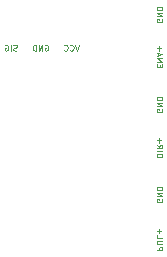
<source format=gbr>
%TF.GenerationSoftware,KiCad,Pcbnew,7.0.5-0*%
%TF.CreationDate,2023-10-13T18:20:27+02:00*%
%TF.ProjectId,rj45-stepper-adapter,726a3435-2d73-4746-9570-7065722d6164,rev?*%
%TF.SameCoordinates,Original*%
%TF.FileFunction,Legend,Bot*%
%TF.FilePolarity,Positive*%
%FSLAX46Y46*%
G04 Gerber Fmt 4.6, Leading zero omitted, Abs format (unit mm)*
G04 Created by KiCad (PCBNEW 7.0.5-0) date 2023-10-13 18:20:27*
%MOMM*%
%LPD*%
G01*
G04 APERTURE LIST*
%ADD10C,0.125000*%
G04 APERTURE END LIST*
D10*
X160563880Y-113582811D02*
X160587690Y-113630430D01*
X160587690Y-113630430D02*
X160587690Y-113701859D01*
X160587690Y-113701859D02*
X160563880Y-113773287D01*
X160563880Y-113773287D02*
X160516261Y-113820906D01*
X160516261Y-113820906D02*
X160468642Y-113844716D01*
X160468642Y-113844716D02*
X160373404Y-113868525D01*
X160373404Y-113868525D02*
X160301976Y-113868525D01*
X160301976Y-113868525D02*
X160206738Y-113844716D01*
X160206738Y-113844716D02*
X160159119Y-113820906D01*
X160159119Y-113820906D02*
X160111500Y-113773287D01*
X160111500Y-113773287D02*
X160087690Y-113701859D01*
X160087690Y-113701859D02*
X160087690Y-113654240D01*
X160087690Y-113654240D02*
X160111500Y-113582811D01*
X160111500Y-113582811D02*
X160135309Y-113559002D01*
X160135309Y-113559002D02*
X160301976Y-113559002D01*
X160301976Y-113559002D02*
X160301976Y-113654240D01*
X160087690Y-113344716D02*
X160587690Y-113344716D01*
X160587690Y-113344716D02*
X160087690Y-113059002D01*
X160087690Y-113059002D02*
X160587690Y-113059002D01*
X160087690Y-112820906D02*
X160587690Y-112820906D01*
X160587690Y-112820906D02*
X160587690Y-112701858D01*
X160587690Y-112701858D02*
X160563880Y-112630430D01*
X160563880Y-112630430D02*
X160516261Y-112582811D01*
X160516261Y-112582811D02*
X160468642Y-112559001D01*
X160468642Y-112559001D02*
X160373404Y-112535192D01*
X160373404Y-112535192D02*
X160301976Y-112535192D01*
X160301976Y-112535192D02*
X160206738Y-112559001D01*
X160206738Y-112559001D02*
X160159119Y-112582811D01*
X160159119Y-112582811D02*
X160111500Y-112630430D01*
X160111500Y-112630430D02*
X160087690Y-112701858D01*
X160087690Y-112701858D02*
X160087690Y-112820906D01*
X160087690Y-110034716D02*
X160587690Y-110034716D01*
X160587690Y-110034716D02*
X160587690Y-109915668D01*
X160587690Y-109915668D02*
X160563880Y-109844240D01*
X160563880Y-109844240D02*
X160516261Y-109796621D01*
X160516261Y-109796621D02*
X160468642Y-109772811D01*
X160468642Y-109772811D02*
X160373404Y-109749002D01*
X160373404Y-109749002D02*
X160301976Y-109749002D01*
X160301976Y-109749002D02*
X160206738Y-109772811D01*
X160206738Y-109772811D02*
X160159119Y-109796621D01*
X160159119Y-109796621D02*
X160111500Y-109844240D01*
X160111500Y-109844240D02*
X160087690Y-109915668D01*
X160087690Y-109915668D02*
X160087690Y-110034716D01*
X160087690Y-109534716D02*
X160587690Y-109534716D01*
X160087690Y-109010907D02*
X160325785Y-109177573D01*
X160087690Y-109296621D02*
X160587690Y-109296621D01*
X160587690Y-109296621D02*
X160587690Y-109106145D01*
X160587690Y-109106145D02*
X160563880Y-109058526D01*
X160563880Y-109058526D02*
X160540071Y-109034716D01*
X160540071Y-109034716D02*
X160492452Y-109010907D01*
X160492452Y-109010907D02*
X160421023Y-109010907D01*
X160421023Y-109010907D02*
X160373404Y-109034716D01*
X160373404Y-109034716D02*
X160349595Y-109058526D01*
X160349595Y-109058526D02*
X160325785Y-109106145D01*
X160325785Y-109106145D02*
X160325785Y-109296621D01*
X160278166Y-108796621D02*
X160278166Y-108415669D01*
X160087690Y-108606145D02*
X160468642Y-108606145D01*
X160349595Y-102414716D02*
X160349595Y-102248049D01*
X160087690Y-102176621D02*
X160087690Y-102414716D01*
X160087690Y-102414716D02*
X160587690Y-102414716D01*
X160587690Y-102414716D02*
X160587690Y-102176621D01*
X160087690Y-101962335D02*
X160587690Y-101962335D01*
X160587690Y-101962335D02*
X160087690Y-101676621D01*
X160087690Y-101676621D02*
X160587690Y-101676621D01*
X160230547Y-101462334D02*
X160230547Y-101224239D01*
X160087690Y-101509953D02*
X160587690Y-101343287D01*
X160587690Y-101343287D02*
X160087690Y-101176620D01*
X160278166Y-101009954D02*
X160278166Y-100629002D01*
X160087690Y-100819478D02*
X160468642Y-100819478D01*
X160563880Y-105962811D02*
X160587690Y-106010430D01*
X160587690Y-106010430D02*
X160587690Y-106081859D01*
X160587690Y-106081859D02*
X160563880Y-106153287D01*
X160563880Y-106153287D02*
X160516261Y-106200906D01*
X160516261Y-106200906D02*
X160468642Y-106224716D01*
X160468642Y-106224716D02*
X160373404Y-106248525D01*
X160373404Y-106248525D02*
X160301976Y-106248525D01*
X160301976Y-106248525D02*
X160206738Y-106224716D01*
X160206738Y-106224716D02*
X160159119Y-106200906D01*
X160159119Y-106200906D02*
X160111500Y-106153287D01*
X160111500Y-106153287D02*
X160087690Y-106081859D01*
X160087690Y-106081859D02*
X160087690Y-106034240D01*
X160087690Y-106034240D02*
X160111500Y-105962811D01*
X160111500Y-105962811D02*
X160135309Y-105939002D01*
X160135309Y-105939002D02*
X160301976Y-105939002D01*
X160301976Y-105939002D02*
X160301976Y-106034240D01*
X160087690Y-105724716D02*
X160587690Y-105724716D01*
X160587690Y-105724716D02*
X160087690Y-105439002D01*
X160087690Y-105439002D02*
X160587690Y-105439002D01*
X160087690Y-105200906D02*
X160587690Y-105200906D01*
X160587690Y-105200906D02*
X160587690Y-105081858D01*
X160587690Y-105081858D02*
X160563880Y-105010430D01*
X160563880Y-105010430D02*
X160516261Y-104962811D01*
X160516261Y-104962811D02*
X160468642Y-104939001D01*
X160468642Y-104939001D02*
X160373404Y-104915192D01*
X160373404Y-104915192D02*
X160301976Y-104915192D01*
X160301976Y-104915192D02*
X160206738Y-104939001D01*
X160206738Y-104939001D02*
X160159119Y-104962811D01*
X160159119Y-104962811D02*
X160111500Y-105010430D01*
X160111500Y-105010430D02*
X160087690Y-105081858D01*
X160087690Y-105081858D02*
X160087690Y-105200906D01*
X160087690Y-117908716D02*
X160587690Y-117908716D01*
X160587690Y-117908716D02*
X160587690Y-117718240D01*
X160587690Y-117718240D02*
X160563880Y-117670621D01*
X160563880Y-117670621D02*
X160540071Y-117646811D01*
X160540071Y-117646811D02*
X160492452Y-117623002D01*
X160492452Y-117623002D02*
X160421023Y-117623002D01*
X160421023Y-117623002D02*
X160373404Y-117646811D01*
X160373404Y-117646811D02*
X160349595Y-117670621D01*
X160349595Y-117670621D02*
X160325785Y-117718240D01*
X160325785Y-117718240D02*
X160325785Y-117908716D01*
X160587690Y-117408716D02*
X160182928Y-117408716D01*
X160182928Y-117408716D02*
X160135309Y-117384906D01*
X160135309Y-117384906D02*
X160111500Y-117361097D01*
X160111500Y-117361097D02*
X160087690Y-117313478D01*
X160087690Y-117313478D02*
X160087690Y-117218240D01*
X160087690Y-117218240D02*
X160111500Y-117170621D01*
X160111500Y-117170621D02*
X160135309Y-117146811D01*
X160135309Y-117146811D02*
X160182928Y-117123002D01*
X160182928Y-117123002D02*
X160587690Y-117123002D01*
X160087690Y-116646811D02*
X160087690Y-116884906D01*
X160087690Y-116884906D02*
X160587690Y-116884906D01*
X160278166Y-116480144D02*
X160278166Y-116099192D01*
X160087690Y-116289668D02*
X160468642Y-116289668D01*
X160563880Y-98342811D02*
X160587690Y-98390430D01*
X160587690Y-98390430D02*
X160587690Y-98461859D01*
X160587690Y-98461859D02*
X160563880Y-98533287D01*
X160563880Y-98533287D02*
X160516261Y-98580906D01*
X160516261Y-98580906D02*
X160468642Y-98604716D01*
X160468642Y-98604716D02*
X160373404Y-98628525D01*
X160373404Y-98628525D02*
X160301976Y-98628525D01*
X160301976Y-98628525D02*
X160206738Y-98604716D01*
X160206738Y-98604716D02*
X160159119Y-98580906D01*
X160159119Y-98580906D02*
X160111500Y-98533287D01*
X160111500Y-98533287D02*
X160087690Y-98461859D01*
X160087690Y-98461859D02*
X160087690Y-98414240D01*
X160087690Y-98414240D02*
X160111500Y-98342811D01*
X160111500Y-98342811D02*
X160135309Y-98319002D01*
X160135309Y-98319002D02*
X160301976Y-98319002D01*
X160301976Y-98319002D02*
X160301976Y-98414240D01*
X160087690Y-98104716D02*
X160587690Y-98104716D01*
X160587690Y-98104716D02*
X160087690Y-97819002D01*
X160087690Y-97819002D02*
X160587690Y-97819002D01*
X160087690Y-97580906D02*
X160587690Y-97580906D01*
X160587690Y-97580906D02*
X160587690Y-97461858D01*
X160587690Y-97461858D02*
X160563880Y-97390430D01*
X160563880Y-97390430D02*
X160516261Y-97342811D01*
X160516261Y-97342811D02*
X160468642Y-97319001D01*
X160468642Y-97319001D02*
X160373404Y-97295192D01*
X160373404Y-97295192D02*
X160301976Y-97295192D01*
X160301976Y-97295192D02*
X160206738Y-97319001D01*
X160206738Y-97319001D02*
X160159119Y-97342811D01*
X160159119Y-97342811D02*
X160111500Y-97390430D01*
X160111500Y-97390430D02*
X160087690Y-97461858D01*
X160087690Y-97461858D02*
X160087690Y-97580906D01*
X153540144Y-100524309D02*
X153373478Y-101024309D01*
X153373478Y-101024309D02*
X153206811Y-100524309D01*
X152754431Y-100976690D02*
X152778240Y-101000500D01*
X152778240Y-101000500D02*
X152849669Y-101024309D01*
X152849669Y-101024309D02*
X152897288Y-101024309D01*
X152897288Y-101024309D02*
X152968716Y-101000500D01*
X152968716Y-101000500D02*
X153016335Y-100952880D01*
X153016335Y-100952880D02*
X153040145Y-100905261D01*
X153040145Y-100905261D02*
X153063954Y-100810023D01*
X153063954Y-100810023D02*
X153063954Y-100738595D01*
X153063954Y-100738595D02*
X153040145Y-100643357D01*
X153040145Y-100643357D02*
X153016335Y-100595738D01*
X153016335Y-100595738D02*
X152968716Y-100548119D01*
X152968716Y-100548119D02*
X152897288Y-100524309D01*
X152897288Y-100524309D02*
X152849669Y-100524309D01*
X152849669Y-100524309D02*
X152778240Y-100548119D01*
X152778240Y-100548119D02*
X152754431Y-100571928D01*
X152254431Y-100976690D02*
X152278240Y-101000500D01*
X152278240Y-101000500D02*
X152349669Y-101024309D01*
X152349669Y-101024309D02*
X152397288Y-101024309D01*
X152397288Y-101024309D02*
X152468716Y-101000500D01*
X152468716Y-101000500D02*
X152516335Y-100952880D01*
X152516335Y-100952880D02*
X152540145Y-100905261D01*
X152540145Y-100905261D02*
X152563954Y-100810023D01*
X152563954Y-100810023D02*
X152563954Y-100738595D01*
X152563954Y-100738595D02*
X152540145Y-100643357D01*
X152540145Y-100643357D02*
X152516335Y-100595738D01*
X152516335Y-100595738D02*
X152468716Y-100548119D01*
X152468716Y-100548119D02*
X152397288Y-100524309D01*
X152397288Y-100524309D02*
X152349669Y-100524309D01*
X152349669Y-100524309D02*
X152278240Y-100548119D01*
X152278240Y-100548119D02*
X152254431Y-100571928D01*
X150635384Y-100548119D02*
X150683003Y-100524309D01*
X150683003Y-100524309D02*
X150754432Y-100524309D01*
X150754432Y-100524309D02*
X150825860Y-100548119D01*
X150825860Y-100548119D02*
X150873479Y-100595738D01*
X150873479Y-100595738D02*
X150897289Y-100643357D01*
X150897289Y-100643357D02*
X150921098Y-100738595D01*
X150921098Y-100738595D02*
X150921098Y-100810023D01*
X150921098Y-100810023D02*
X150897289Y-100905261D01*
X150897289Y-100905261D02*
X150873479Y-100952880D01*
X150873479Y-100952880D02*
X150825860Y-101000500D01*
X150825860Y-101000500D02*
X150754432Y-101024309D01*
X150754432Y-101024309D02*
X150706813Y-101024309D01*
X150706813Y-101024309D02*
X150635384Y-101000500D01*
X150635384Y-101000500D02*
X150611575Y-100976690D01*
X150611575Y-100976690D02*
X150611575Y-100810023D01*
X150611575Y-100810023D02*
X150706813Y-100810023D01*
X150397289Y-101024309D02*
X150397289Y-100524309D01*
X150397289Y-100524309D02*
X150111575Y-101024309D01*
X150111575Y-101024309D02*
X150111575Y-100524309D01*
X149873479Y-101024309D02*
X149873479Y-100524309D01*
X149873479Y-100524309D02*
X149754431Y-100524309D01*
X149754431Y-100524309D02*
X149683003Y-100548119D01*
X149683003Y-100548119D02*
X149635384Y-100595738D01*
X149635384Y-100595738D02*
X149611574Y-100643357D01*
X149611574Y-100643357D02*
X149587765Y-100738595D01*
X149587765Y-100738595D02*
X149587765Y-100810023D01*
X149587765Y-100810023D02*
X149611574Y-100905261D01*
X149611574Y-100905261D02*
X149635384Y-100952880D01*
X149635384Y-100952880D02*
X149683003Y-101000500D01*
X149683003Y-101000500D02*
X149754431Y-101024309D01*
X149754431Y-101024309D02*
X149873479Y-101024309D01*
X148254432Y-101000500D02*
X148183004Y-101024309D01*
X148183004Y-101024309D02*
X148063956Y-101024309D01*
X148063956Y-101024309D02*
X148016337Y-101000500D01*
X148016337Y-101000500D02*
X147992528Y-100976690D01*
X147992528Y-100976690D02*
X147968718Y-100929071D01*
X147968718Y-100929071D02*
X147968718Y-100881452D01*
X147968718Y-100881452D02*
X147992528Y-100833833D01*
X147992528Y-100833833D02*
X148016337Y-100810023D01*
X148016337Y-100810023D02*
X148063956Y-100786214D01*
X148063956Y-100786214D02*
X148159194Y-100762404D01*
X148159194Y-100762404D02*
X148206813Y-100738595D01*
X148206813Y-100738595D02*
X148230623Y-100714785D01*
X148230623Y-100714785D02*
X148254432Y-100667166D01*
X148254432Y-100667166D02*
X148254432Y-100619547D01*
X148254432Y-100619547D02*
X148230623Y-100571928D01*
X148230623Y-100571928D02*
X148206813Y-100548119D01*
X148206813Y-100548119D02*
X148159194Y-100524309D01*
X148159194Y-100524309D02*
X148040147Y-100524309D01*
X148040147Y-100524309D02*
X147968718Y-100548119D01*
X147754433Y-101024309D02*
X147754433Y-100524309D01*
X147254433Y-100548119D02*
X147302052Y-100524309D01*
X147302052Y-100524309D02*
X147373481Y-100524309D01*
X147373481Y-100524309D02*
X147444909Y-100548119D01*
X147444909Y-100548119D02*
X147492528Y-100595738D01*
X147492528Y-100595738D02*
X147516338Y-100643357D01*
X147516338Y-100643357D02*
X147540147Y-100738595D01*
X147540147Y-100738595D02*
X147540147Y-100810023D01*
X147540147Y-100810023D02*
X147516338Y-100905261D01*
X147516338Y-100905261D02*
X147492528Y-100952880D01*
X147492528Y-100952880D02*
X147444909Y-101000500D01*
X147444909Y-101000500D02*
X147373481Y-101024309D01*
X147373481Y-101024309D02*
X147325862Y-101024309D01*
X147325862Y-101024309D02*
X147254433Y-101000500D01*
X147254433Y-101000500D02*
X147230624Y-100976690D01*
X147230624Y-100976690D02*
X147230624Y-100810023D01*
X147230624Y-100810023D02*
X147325862Y-100810023D01*
M02*

</source>
